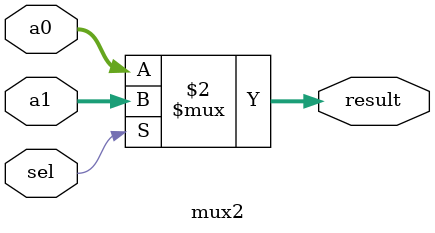
<source format=sv>
module mux2 #(parameter WIDTH = 32)(
				input  logic [WIDTH-1:0] a0, a1,
				input  logic sel,
				output logic [WIDTH-1:0] result);
				
	assign result = (sel == 1'b0) ? a0 : a1;
endmodule
</source>
